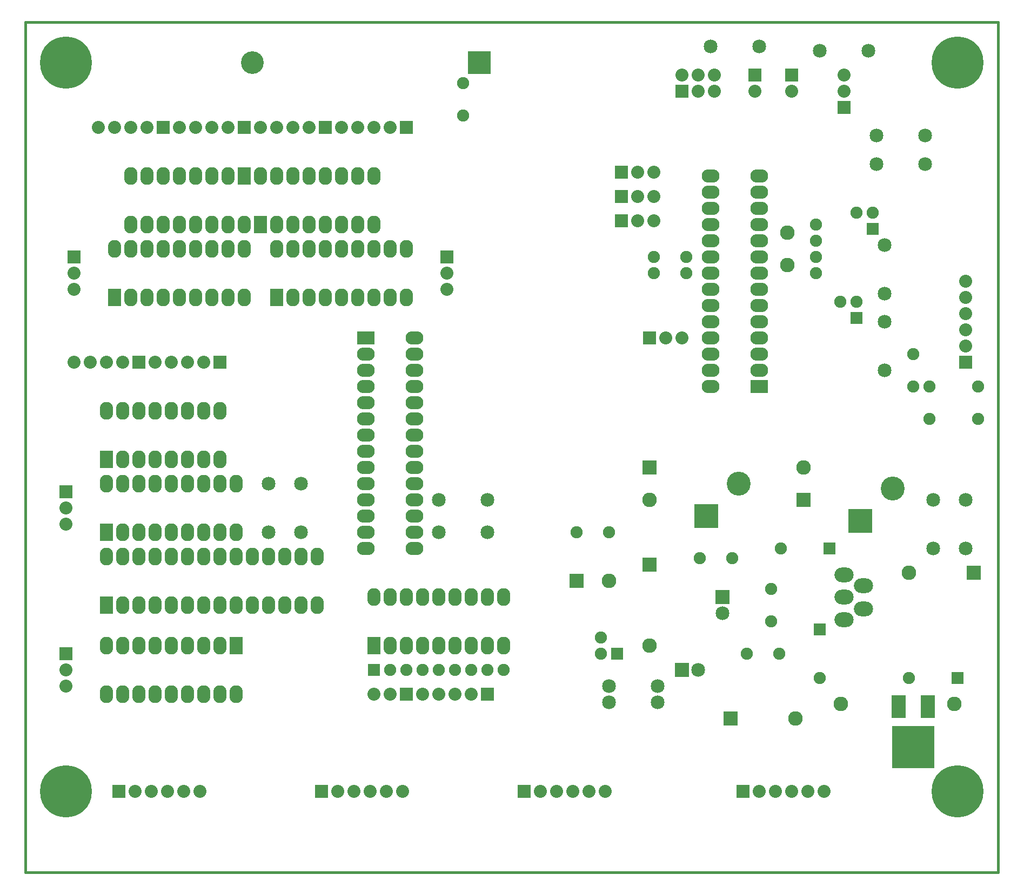
<source format=gbs>
G04 (created by PCBNEW-RS274X (2011-05-25)-stable) date Tue 12 Jun 2012 12:29:23 AM MDT*
G01*
G70*
G90*
%MOIN*%
G04 Gerber Fmt 3.4, Leading zero omitted, Abs format*
%FSLAX34Y34*%
G04 APERTURE LIST*
%ADD10C,0.006000*%
%ADD11C,0.015000*%
%ADD12R,0.080000X0.080000*%
%ADD13C,0.080000*%
%ADD14O,0.110000X0.082000*%
%ADD15R,0.110000X0.082000*%
%ADD16O,0.082000X0.110000*%
%ADD17R,0.082000X0.110000*%
%ADD18C,0.090000*%
%ADD19R,0.090000X0.090000*%
%ADD20R,0.075000X0.075000*%
%ADD21C,0.075000*%
%ADD22R,0.085000X0.085000*%
%ADD23C,0.085000*%
%ADD24R,0.140000X0.140000*%
%ADD25C,0.140000*%
%ADD26O,0.118400X0.090900*%
%ADD27C,0.320000*%
%ADD28R,0.085000X0.140000*%
%ADD29R,0.260000X0.260000*%
%ADD30R,0.147600X0.147600*%
%ADD31C,0.147600*%
G04 APERTURE END LIST*
G54D10*
G54D11*
X28250Y-64750D02*
X28250Y-62500D01*
X88250Y-64750D02*
X88250Y-62500D01*
X88250Y-61250D02*
X88250Y-62500D01*
X28250Y-62500D02*
X28250Y-60750D01*
X28250Y-12250D02*
X28250Y-62250D01*
X88250Y-12250D02*
X28250Y-12250D01*
X88250Y-62250D02*
X88250Y-12250D01*
X28250Y-64750D02*
X88250Y-64750D01*
G54D12*
X65000Y-23000D03*
G54D13*
X66000Y-23000D03*
X67000Y-23000D03*
G54D12*
X65000Y-24500D03*
G54D13*
X66000Y-24500D03*
X67000Y-24500D03*
G54D12*
X65000Y-21500D03*
G54D13*
X66000Y-21500D03*
X67000Y-21500D03*
G54D12*
X34000Y-59750D03*
G54D13*
X35000Y-59750D03*
X36000Y-59750D03*
X37000Y-59750D03*
X38000Y-59750D03*
X39000Y-59750D03*
G54D12*
X46500Y-59750D03*
G54D13*
X47500Y-59750D03*
X48500Y-59750D03*
X49500Y-59750D03*
X50500Y-59750D03*
X51500Y-59750D03*
G54D14*
X49250Y-32750D03*
X49250Y-33750D03*
X49250Y-34750D03*
X49250Y-35750D03*
X49250Y-36750D03*
X49250Y-37750D03*
X49250Y-38750D03*
X49250Y-39750D03*
X49250Y-40750D03*
X49250Y-41750D03*
X49250Y-42750D03*
X49250Y-43750D03*
X49250Y-44750D03*
G54D15*
X49250Y-31750D03*
G54D14*
X52250Y-44750D03*
X52250Y-43750D03*
X52250Y-42750D03*
X52250Y-41750D03*
X52250Y-40750D03*
X52250Y-39750D03*
X52250Y-38750D03*
X52250Y-37750D03*
X52250Y-36750D03*
X52250Y-35750D03*
X52250Y-34750D03*
X52250Y-33750D03*
X52250Y-32750D03*
X52250Y-31750D03*
G54D16*
X34250Y-48250D03*
X35250Y-48250D03*
X36250Y-48250D03*
X37250Y-48250D03*
X38250Y-48250D03*
X39250Y-48250D03*
X40250Y-48250D03*
X41250Y-48250D03*
X42250Y-48250D03*
X43250Y-48250D03*
X44250Y-48250D03*
X45250Y-48250D03*
X46250Y-48250D03*
G54D17*
X33250Y-48250D03*
G54D16*
X46250Y-45250D03*
X45250Y-45250D03*
X44250Y-45250D03*
X43250Y-45250D03*
X42250Y-45250D03*
X41250Y-45250D03*
X40250Y-45250D03*
X39250Y-45250D03*
X38250Y-45250D03*
X37250Y-45250D03*
X36250Y-45250D03*
X35250Y-45250D03*
X34250Y-45250D03*
X33250Y-45250D03*
G54D17*
X49750Y-50750D03*
G54D16*
X50750Y-50750D03*
X51750Y-50750D03*
X52750Y-50750D03*
X53750Y-50750D03*
X54750Y-50750D03*
X55750Y-50750D03*
X56750Y-50750D03*
X57750Y-50750D03*
X57750Y-47750D03*
X56750Y-47750D03*
X55750Y-47750D03*
X54750Y-47750D03*
X53750Y-47750D03*
X52750Y-47750D03*
X51750Y-47750D03*
X50750Y-47750D03*
X49750Y-47750D03*
G54D18*
X82750Y-46250D03*
G54D19*
X86750Y-46250D03*
G54D20*
X85750Y-52750D03*
G54D21*
X82750Y-52750D03*
X69000Y-26750D03*
X67000Y-26750D03*
X74750Y-51250D03*
X72750Y-51250D03*
X55250Y-18000D03*
X55250Y-16000D03*
X77000Y-26750D03*
X77000Y-27750D03*
X69850Y-45350D03*
X71850Y-45350D03*
X77000Y-25750D03*
X77000Y-24750D03*
G54D12*
X59000Y-59750D03*
G54D13*
X60000Y-59750D03*
X61000Y-59750D03*
X62000Y-59750D03*
X63000Y-59750D03*
X64000Y-59750D03*
G54D19*
X66750Y-39750D03*
G54D18*
X66750Y-41750D03*
G54D21*
X83000Y-34750D03*
X83000Y-32750D03*
G54D18*
X66750Y-50750D03*
G54D19*
X66750Y-45750D03*
G54D18*
X75750Y-55250D03*
G54D19*
X71750Y-55250D03*
G54D20*
X77250Y-49750D03*
G54D21*
X77250Y-52750D03*
G54D20*
X77850Y-44750D03*
G54D21*
X74850Y-44750D03*
G54D12*
X72500Y-59750D03*
G54D13*
X73500Y-59750D03*
X74500Y-59750D03*
X75500Y-59750D03*
X76500Y-59750D03*
X77500Y-59750D03*
G54D14*
X73500Y-33750D03*
X73500Y-32750D03*
X73500Y-31750D03*
X73500Y-30750D03*
X73500Y-29750D03*
X73500Y-28750D03*
X73500Y-27750D03*
X73500Y-26750D03*
X73500Y-25750D03*
X73500Y-24750D03*
X73500Y-23750D03*
X73500Y-22750D03*
X73500Y-21750D03*
G54D15*
X73500Y-34750D03*
G54D14*
X70500Y-21750D03*
X70500Y-22750D03*
X70500Y-23750D03*
X70500Y-24750D03*
X70500Y-25750D03*
X70500Y-26750D03*
X70500Y-27750D03*
X70500Y-28750D03*
X70500Y-29750D03*
X70500Y-30750D03*
X70500Y-31750D03*
X70500Y-32750D03*
X70500Y-33750D03*
X70500Y-34750D03*
G54D12*
X68750Y-16500D03*
G54D13*
X68750Y-15500D03*
X69750Y-16500D03*
X69750Y-15500D03*
X70750Y-16500D03*
X70750Y-15500D03*
G54D21*
X87000Y-34750D03*
X87000Y-36750D03*
X84000Y-34750D03*
X84000Y-36750D03*
G54D22*
X68750Y-52250D03*
G54D23*
X69750Y-52250D03*
G54D19*
X62250Y-46750D03*
G54D18*
X64250Y-46750D03*
G54D21*
X64250Y-43750D03*
X62250Y-43750D03*
G54D19*
X76250Y-41750D03*
G54D18*
X76250Y-39750D03*
G54D22*
X71250Y-47750D03*
G54D23*
X71250Y-48750D03*
G54D21*
X74250Y-49250D03*
X74250Y-47250D03*
X67000Y-27750D03*
X69000Y-27750D03*
G54D23*
X67250Y-54250D03*
X64250Y-54250D03*
X64250Y-53250D03*
X67250Y-53250D03*
X86250Y-41750D03*
X86250Y-44750D03*
X84250Y-44750D03*
X84250Y-41750D03*
X45250Y-43750D03*
X45250Y-40750D03*
X70500Y-13750D03*
X73500Y-13750D03*
G54D20*
X64750Y-51250D03*
G54D21*
X63750Y-51250D03*
X63750Y-50250D03*
G54D18*
X75250Y-25250D03*
X75250Y-27250D03*
G54D17*
X43750Y-29250D03*
G54D16*
X44750Y-29250D03*
X45750Y-29250D03*
X46750Y-29250D03*
X47750Y-29250D03*
X48750Y-29250D03*
X49750Y-29250D03*
X50750Y-29250D03*
X51750Y-29250D03*
X51750Y-26250D03*
X50750Y-26250D03*
X49750Y-26250D03*
X48750Y-26250D03*
X47750Y-26250D03*
X46750Y-26250D03*
X45750Y-26250D03*
X44750Y-26250D03*
X43750Y-26250D03*
G54D17*
X33750Y-29250D03*
G54D16*
X34750Y-29250D03*
X35750Y-29250D03*
X36750Y-29250D03*
X37750Y-29250D03*
X38750Y-29250D03*
X39750Y-29250D03*
X40750Y-29250D03*
X41750Y-29250D03*
X41750Y-26250D03*
X40750Y-26250D03*
X39750Y-26250D03*
X38750Y-26250D03*
X37750Y-26250D03*
X36750Y-26250D03*
X35750Y-26250D03*
X34750Y-26250D03*
X33750Y-26250D03*
G54D17*
X33250Y-43750D03*
G54D16*
X34250Y-43750D03*
X35250Y-43750D03*
X36250Y-43750D03*
X37250Y-43750D03*
X38250Y-43750D03*
X39250Y-43750D03*
X40250Y-43750D03*
X41250Y-43750D03*
X41250Y-40750D03*
X40250Y-40750D03*
X39250Y-40750D03*
X38250Y-40750D03*
X37250Y-40750D03*
X36250Y-40750D03*
X35250Y-40750D03*
X34250Y-40750D03*
X33250Y-40750D03*
G54D17*
X41250Y-50750D03*
G54D16*
X40250Y-50750D03*
X39250Y-50750D03*
X38250Y-50750D03*
X37250Y-50750D03*
X36250Y-50750D03*
X35250Y-50750D03*
X34250Y-50750D03*
X33250Y-50750D03*
X33250Y-53750D03*
X34250Y-53750D03*
X35250Y-53750D03*
X36250Y-53750D03*
X37250Y-53750D03*
X38250Y-53750D03*
X39250Y-53750D03*
X40250Y-53750D03*
X41250Y-53750D03*
G54D23*
X83750Y-21000D03*
X80750Y-21000D03*
X83750Y-19250D03*
X80750Y-19250D03*
G54D24*
X56250Y-14750D03*
G54D25*
X42250Y-14750D03*
G54D23*
X53750Y-43750D03*
X56750Y-43750D03*
G54D17*
X41750Y-21750D03*
G54D16*
X40750Y-21750D03*
X39750Y-21750D03*
X38750Y-21750D03*
X37750Y-21750D03*
X36750Y-21750D03*
X35750Y-21750D03*
X34750Y-21750D03*
X34750Y-24750D03*
X35750Y-24750D03*
X36750Y-24750D03*
X37750Y-24750D03*
X38750Y-24750D03*
X39750Y-24750D03*
X40750Y-24750D03*
X41750Y-24750D03*
G54D17*
X42750Y-24750D03*
G54D16*
X43750Y-24750D03*
X44750Y-24750D03*
X45750Y-24750D03*
X46750Y-24750D03*
X47750Y-24750D03*
X48750Y-24750D03*
X49750Y-24750D03*
X49750Y-21750D03*
X48750Y-21750D03*
X47750Y-21750D03*
X46750Y-21750D03*
X45750Y-21750D03*
X44750Y-21750D03*
X43750Y-21750D03*
X42750Y-21750D03*
G54D12*
X86250Y-33250D03*
G54D13*
X86250Y-32250D03*
X86250Y-31250D03*
X86250Y-30250D03*
X86250Y-29250D03*
X86250Y-28250D03*
G54D26*
X78754Y-47750D03*
X78754Y-46372D03*
X78754Y-49128D03*
X79935Y-48459D03*
X79935Y-47041D03*
G54D27*
X30750Y-14750D03*
X85750Y-14750D03*
X30750Y-59750D03*
X85750Y-59750D03*
G54D20*
X49750Y-52250D03*
G54D21*
X50750Y-52250D03*
X51750Y-52250D03*
X52750Y-52250D03*
X53750Y-52250D03*
X54750Y-52250D03*
X55750Y-52250D03*
X56750Y-52250D03*
X57750Y-52250D03*
G54D23*
X81250Y-29000D03*
X81250Y-26000D03*
X81250Y-30750D03*
X81250Y-33750D03*
X53750Y-41750D03*
X56750Y-41750D03*
X43250Y-43750D03*
X43250Y-40750D03*
G54D12*
X51750Y-53750D03*
G54D13*
X50750Y-53750D03*
X49750Y-53750D03*
G54D12*
X54250Y-26750D03*
G54D13*
X54250Y-27750D03*
X54250Y-28750D03*
G54D12*
X31250Y-26750D03*
G54D13*
X31250Y-27750D03*
X31250Y-28750D03*
G54D12*
X30750Y-41250D03*
G54D13*
X30750Y-42250D03*
X30750Y-43250D03*
G54D12*
X30750Y-51250D03*
G54D13*
X30750Y-52250D03*
X30750Y-53250D03*
G54D17*
X33250Y-39250D03*
G54D16*
X34250Y-39250D03*
X35250Y-39250D03*
X36250Y-39250D03*
X37250Y-39250D03*
X38250Y-39250D03*
X39250Y-39250D03*
X40250Y-39250D03*
X40250Y-36250D03*
X39250Y-36250D03*
X38250Y-36250D03*
X37250Y-36250D03*
X36250Y-36250D03*
X35250Y-36250D03*
X34250Y-36250D03*
X33250Y-36250D03*
G54D12*
X41750Y-18750D03*
G54D13*
X40750Y-18750D03*
X39750Y-18750D03*
X38750Y-18750D03*
X37750Y-18750D03*
G54D12*
X51750Y-18750D03*
G54D13*
X50750Y-18750D03*
X49750Y-18750D03*
X48750Y-18750D03*
X47750Y-18750D03*
G54D12*
X56750Y-53750D03*
G54D13*
X55750Y-53750D03*
X54750Y-53750D03*
X53750Y-53750D03*
X52750Y-53750D03*
G54D12*
X40250Y-33250D03*
G54D13*
X39250Y-33250D03*
X38250Y-33250D03*
X37250Y-33250D03*
X36250Y-33250D03*
G54D20*
X79500Y-30500D03*
G54D21*
X79500Y-29500D03*
X78500Y-29500D03*
G54D20*
X80500Y-25000D03*
G54D21*
X80500Y-24000D03*
X79500Y-24000D03*
G54D12*
X75500Y-15500D03*
G54D13*
X75500Y-16500D03*
G54D12*
X73250Y-15500D03*
G54D13*
X73250Y-16500D03*
G54D12*
X36750Y-18750D03*
G54D13*
X35750Y-18750D03*
X34750Y-18750D03*
X33750Y-18750D03*
X32750Y-18750D03*
G54D12*
X46750Y-18750D03*
G54D13*
X45750Y-18750D03*
X44750Y-18750D03*
X43750Y-18750D03*
X42750Y-18750D03*
G54D12*
X35250Y-33250D03*
G54D13*
X34250Y-33250D03*
X33250Y-33250D03*
X32250Y-33250D03*
X31250Y-33250D03*
G54D23*
X77250Y-14000D03*
X80250Y-14000D03*
G54D12*
X66750Y-31750D03*
G54D13*
X67750Y-31750D03*
X68750Y-31750D03*
G54D12*
X78750Y-17500D03*
G54D13*
X78750Y-16500D03*
X78750Y-15500D03*
G54D28*
X82100Y-54500D03*
G54D29*
X83000Y-57000D03*
G54D28*
X83900Y-54500D03*
G54D18*
X78550Y-54350D03*
X85550Y-54350D03*
G54D30*
X70250Y-42750D03*
G54D31*
X72250Y-40750D03*
G54D30*
X79750Y-43050D03*
G54D31*
X81750Y-41050D03*
M02*

</source>
